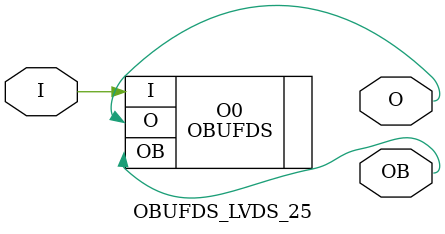
<source format=v>


`timescale  1 ps / 1 ps


module OBUFDS_LVDS_25 (O, OB, I);

    output O, OB;

    input  I;

	OBUFDS #(.IOSTANDARD("LVDS_25")) O0 (.O(O), .I(I), .OB(OB));


endmodule



</source>
